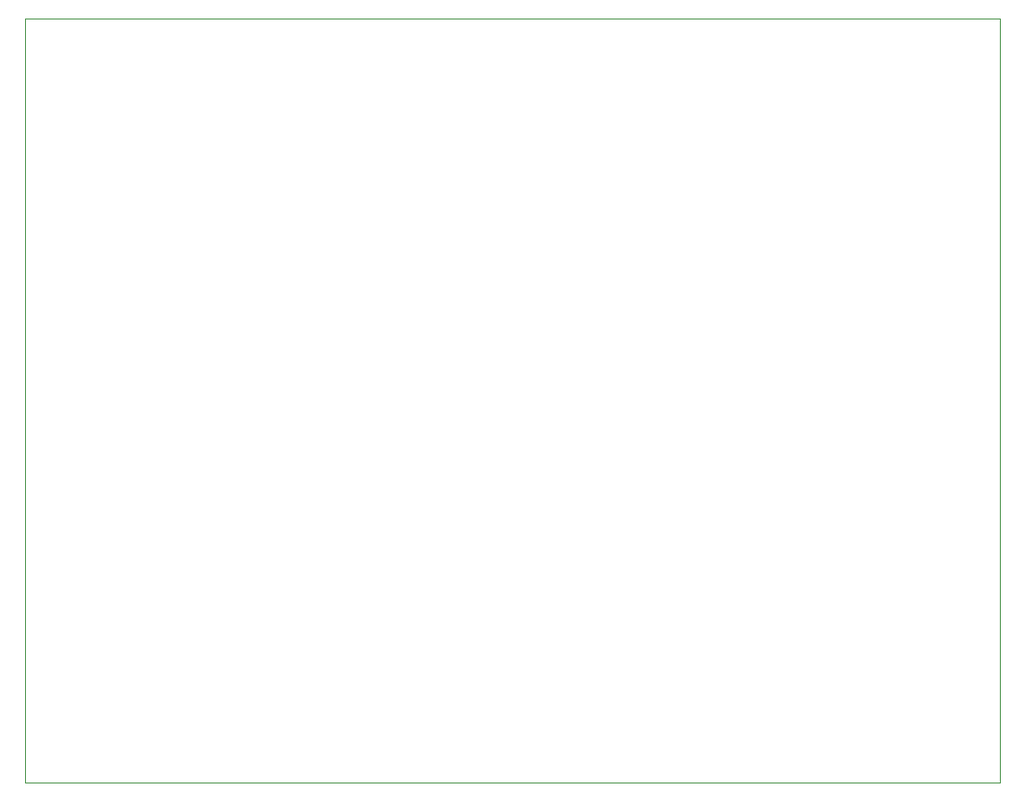
<source format=gm1>
G04 #@! TF.GenerationSoftware,KiCad,Pcbnew,9.0.4*
G04 #@! TF.CreationDate,2025-12-21T19:52:19-05:00*
G04 #@! TF.ProjectId,DB44_breakout,44423434-5f62-4726-9561-6b6f75742e6b,rev?*
G04 #@! TF.SameCoordinates,Original*
G04 #@! TF.FileFunction,Profile,NP*
%FSLAX46Y46*%
G04 Gerber Fmt 4.6, Leading zero omitted, Abs format (unit mm)*
G04 Created by KiCad (PCBNEW 9.0.4) date 2025-12-21 19:52:19*
%MOMM*%
%LPD*%
G01*
G04 APERTURE LIST*
G04 #@! TA.AperFunction,Profile*
%ADD10C,0.050000*%
G04 #@! TD*
G04 APERTURE END LIST*
D10*
X181000000Y-115000000D02*
X181000000Y-45250000D01*
X92000000Y-115000000D02*
X113500000Y-115000000D01*
X168000000Y-115000000D02*
X113500000Y-115000000D01*
X181000000Y-45250000D02*
X92000000Y-45250000D01*
X168000000Y-115000000D02*
X181000000Y-115000000D01*
X92000000Y-45250000D02*
X92000000Y-115000000D01*
M02*

</source>
